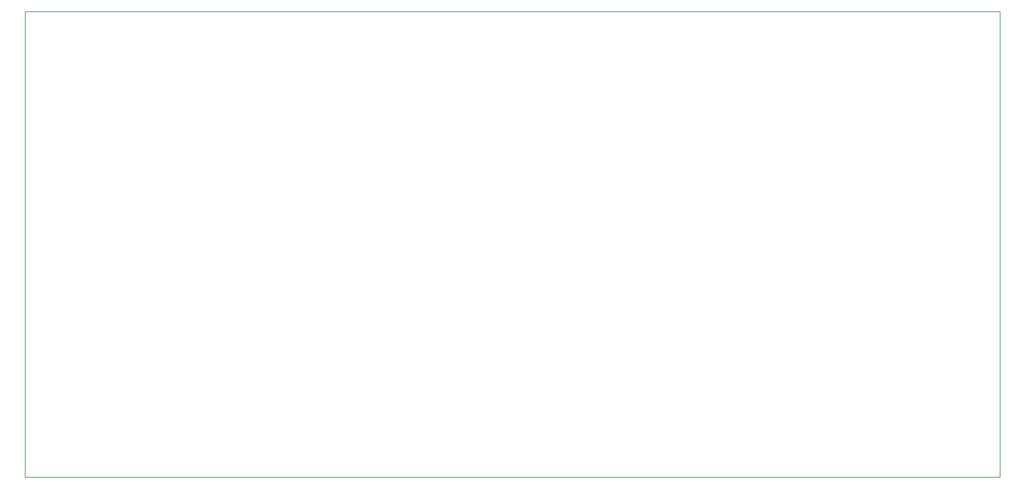
<source format=gm1>
G04 #@! TF.GenerationSoftware,KiCad,Pcbnew,(5.1.10)-1*
G04 #@! TF.CreationDate,2021-09-07T10:06:12+02:00*
G04 #@! TF.ProjectId,GatzBMS,4761747a-424d-4532-9e6b-696361645f70,rev?*
G04 #@! TF.SameCoordinates,Original*
G04 #@! TF.FileFunction,Profile,NP*
%FSLAX46Y46*%
G04 Gerber Fmt 4.6, Leading zero omitted, Abs format (unit mm)*
G04 Created by KiCad (PCBNEW (5.1.10)-1) date 2021-09-07 10:06:12*
%MOMM*%
%LPD*%
G01*
G04 APERTURE LIST*
G04 #@! TA.AperFunction,Profile*
%ADD10C,0.050000*%
G04 #@! TD*
G04 APERTURE END LIST*
D10*
X261874000Y-109728000D02*
X384556000Y-109728000D01*
X384556000Y-168402000D02*
X384556000Y-109728000D01*
X261874000Y-168402000D02*
X384556000Y-168402000D01*
X261874000Y-168402000D02*
X261874000Y-109728000D01*
M02*

</source>
